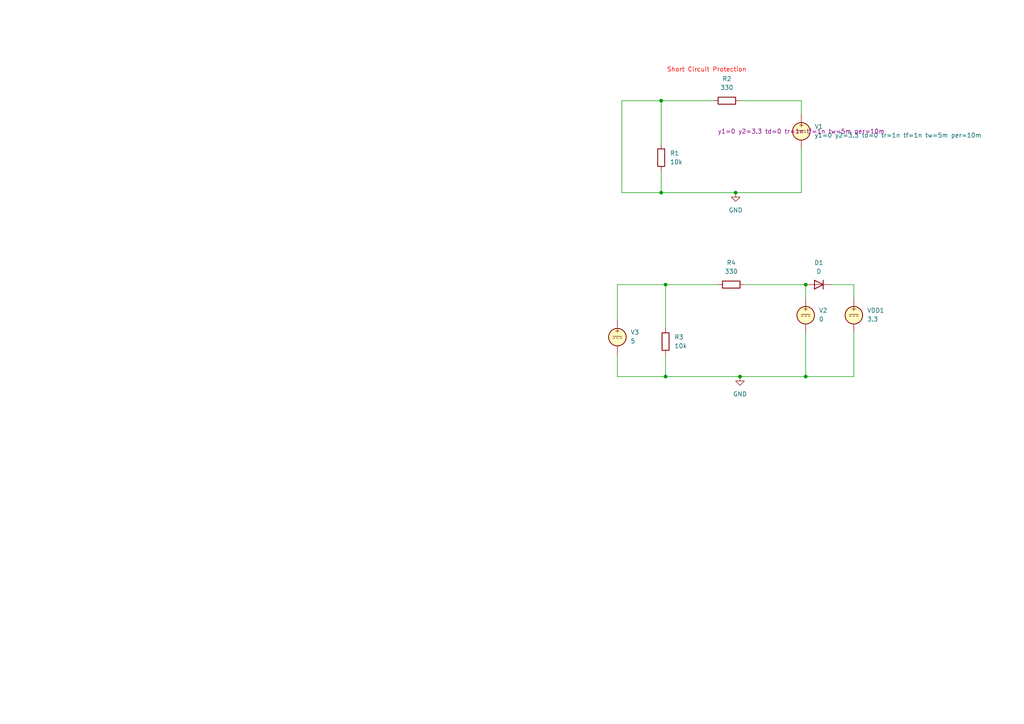
<source format=kicad_sch>
(kicad_sch (version 20250114) (generator "eeschema") (generator_version "9.0")
  (paper "A4")
  (lib_symbols
    (symbol "Device:D" (pin_numbers (hide yes)) (pin_names (offset 1.016) (hide yes))
      (property "Reference" "D" (at 0 2.54 0))
      (property "Value" "D" (at 0 -2.54 0))
      (symbol "D_0_1"
        (polyline (pts (xy -1.27 1.27) (xy -1.27 -1.27)) (stroke (width 0.254)))
        (polyline (pts (xy 1.27 1.27) (xy 1.27 -1.27) (xy -1.27 0) (xy 1.27 1.27)) (stroke (width 0.254)))
        (polyline (pts (xy 1.27 0) (xy -1.27 0)))
      )
      (symbol "D_1_1"
        (pin passive line (at -3.81 0 0) (length 2.54) (name "K") (number "1"))
        (pin passive line (at 3.81 0 180) (length 2.54) (name "A") (number "2"))
      )
    )
    (symbol "Device:R" (pin_numbers (hide yes)) (pin_names (offset 0))
      (property "Reference" "R" (at 2.032 0 90))
      (property "Value" "R" (at 0 0 90))
      (symbol "R_0_1"
        (rectangle (start -1.016 -2.54) (end 1.016 2.54) (stroke (width 0.254)))
      )
      (symbol "R_1_1"
        (pin passive line (at 0 3.81 270) (length 1.27) (name "~") (number "1"))
        (pin passive line (at 0 -3.81 90) (length 1.27) (name "~") (number "2"))
      )
    )
    (symbol "Simulation_SPICE:VDC" (pin_numbers (hide yes)) (pin_names (offset 0.0254))
      (property "Reference" "V" (at 2.54 2.54 0))
      (property "Value" "1" (at 2.54 0 0))
      (symbol "VDC_0_0"
        (polyline (pts (xy -1.27 0.254) (xy 1.27 0.254)))
        (polyline (pts (xy -0.762 -0.254) (xy -1.27 -0.254)))
        (polyline (pts (xy 0.254 -0.254) (xy -0.254 -0.254)))
        (polyline (pts (xy 1.27 -0.254) (xy 0.762 -0.254)))
        (text "+" (at 0 1.905 0) (effects (font (size 1.27 1.27))))
      )
      (symbol "VDC_0_1"
        (circle (center 0 0) (radius 2.54) (stroke (width 0.254)) (fill (type background)))
      )
      (symbol "VDC_1_1"
        (pin passive line (at 0 5.08 270) (length 2.54) (name "~") (number "1"))
        (pin passive line (at 0 -5.08 90) (length 2.54) (name "~") (number "2"))
      )
    )
    (symbol "power:GND" (power) (pin_numbers (hide yes)) (pin_names (offset 0) (hide yes))
      (property "Value" "GND" (at 0 -3.81 0))
      (symbol "GND_0_1"
        (polyline (pts (xy 0 0) (xy 0 -1.27) (xy 1.27 -1.27) (xy 0 -2.54) (xy -1.27 -1.27) (xy 0 -1.27)))
      )
      (symbol "GND_1_1"
        (pin power_in line (at 0 0 270) (length 0) (name "~") (number "1"))
      )
    )
  )
  (text "Short Circuit Protection" (at 204.978 20.32 0) (effects (font (size 1.27 1.27))))
  (junction (at 213.36 55.88))
  (junction (at 193.04 82.55))
  (junction (at 233.68 82.55))
  (junction (at 214.63 109.22))
  (junction (at 233.68 109.22))
  (junction (at 193.04 109.22))
  (junction (at 191.77 29.21))
  (junction (at 191.77 55.88))
  (wire (pts (xy 180.34 55.88) (xy 191.77 55.88)))
  (wire (pts (xy 233.68 82.55) (xy 233.68 86.36)))
  (wire (pts (xy 180.34 29.21) (xy 180.34 55.88)))
  (wire (pts (xy 191.77 41.91) (xy 191.77 29.21)))
  (wire (pts (xy 232.41 55.88) (xy 213.36 55.88)))
  (wire (pts (xy 247.65 109.22) (xy 233.68 109.22)))
  (wire (pts (xy 179.07 92.71) (xy 179.07 82.55)))
  (wire (pts (xy 193.04 102.87) (xy 193.04 109.22)))
  (wire (pts (xy 241.3 82.55) (xy 247.65 82.55)))
  (wire (pts (xy 193.04 82.55) (xy 208.28 82.55)))
  (wire (pts (xy 214.63 29.21) (xy 232.41 29.21)))
  (wire (pts (xy 191.77 49.53) (xy 191.77 55.88)))
  (wire (pts (xy 247.65 82.55) (xy 247.65 86.36)))
  (wire (pts (xy 233.68 109.22) (xy 214.63 109.22)))
  (wire (pts (xy 213.36 55.88) (xy 191.77 55.88)))
  (wire (pts (xy 193.04 109.22) (xy 214.63 109.22)))
  (wire (pts (xy 247.65 96.52) (xy 247.65 109.22)))
  (wire (pts (xy 215.9 82.55) (xy 233.68 82.55)))
  (wire (pts (xy 191.77 29.21) (xy 207.01 29.21)))
  (wire (pts (xy 232.41 43.18) (xy 232.41 55.88)))
  (wire (pts (xy 179.07 102.87) (xy 179.07 109.22)))
  (wire (pts (xy 179.07 109.22) (xy 193.04 109.22)))
  (wire (pts (xy 193.04 95.25) (xy 193.04 82.55)))
  (wire (pts (xy 179.07 82.55) (xy 193.04 82.55)))
  (wire (pts (xy 233.68 96.52) (xy 233.68 109.22)))
  (wire (pts (xy 232.41 29.21) (xy 232.41 33.02)))
  (wire (pts (xy 191.77 29.21) (xy 180.34 29.21)))
  (symbol (lib_id "Simulation_SPICE:VDC") (at 247.65 91.44 0) (unit 1)
    (property "Reference" "VDD1" (at 251.46 90.0401 0) (effects (justify left)))
    (property "Value" "3.3" (at 251.46 92.5801 0) (effects (justify left)))
    (property "Datasheet" "https://ngspice.sourceforge.io/docs/ngspice-html-manual/manual.xhtml#sec_Independent_Sources_for" (effects (hide yes)))
    (property "Description" "Voltage source, DC" (effects (hide yes)))
    (property "Sim.Pins" "1=+ 2=-" (effects (hide yes)))
    (property "Sim.Type" "DC" (effects (hide yes)))
    (property "Sim.Device" "V" (effects (hide yes)))
  )
  (symbol (lib_id "Device:R") (at 210.82 29.21 90) (unit 1)
    (property "Reference" "R2" (at 210.82 22.86 90))
    (property "Value" "330" (at 210.82 25.4 90))
    (property "Description" "Resistor" (effects (hide yes)))
  )
  (symbol (lib_id "Simulation_SPICE:VDC") (at 232.41 38.1 0) (unit 1)
    (property "Reference" "V1" (at 236.22 36.7001 0) (effects (justify left)))
    (property "Value" "${SIM.PARAMS}" (at 236.22 39.2401 0) (effects (justify left)))
    (property "Datasheet" "https://ngspice.sourceforge.io/docs/ngspice-html-manual/manual.xhtml#sec_Independent_Sources_for" (effects (hide yes)))
    (property "Description" "Voltage source, DC" (effects (hide yes)))
    (property "Sim.Pins" "1=+ 2=-" (effects (hide yes)))
    (property "Sim.Type" "PULSE" (effects (hide yes)))
    (property "Sim.Device" "V" (effects (hide yes)))
    (property "Sim.Params" "y1=0 y2=3.3 td=0 tr=1n tf=1n tw=5m per=10m" (at 232.41 38.1 0))
  )
  (symbol (lib_id "power:GND") (at 213.36 55.88 0) (unit 1)
    (property "Reference" "#PWR01" (effects (hide yes)))
    (property "Value" "GND" (at 213.36 60.96 0))
    (property "Description" "Power symbol creates a global label with name \"GND\" , ground" (effects (hide yes)))
  )
  (symbol (lib_id "Device:R") (at 212.09 82.55 90) (unit 1)
    (property "Reference" "R4" (at 212.09 76.2 90))
    (property "Value" "330" (at 212.09 78.74 90))
    (property "Description" "Resistor" (effects (hide yes)))
  )
  (symbol (lib_id "Device:R") (at 193.04 99.06 0) (unit 1)
    (property "Reference" "R3" (at 195.58 97.7899 0) (effects (justify left)))
    (property "Value" "10k" (at 195.58 100.3299 0) (effects (justify left)))
    (property "Description" "Resistor" (effects (hide yes)))
  )
  (symbol (lib_id "Device:D") (at 237.49 82.55 180) (unit 1)
    (property "Reference" "D1" (at 237.49 76.2 0))
    (property "Value" "D" (at 237.49 78.74 0))
    (property "Description" "Diode" (effects (hide yes)))
    (property "Sim.Device" "D" (effects (hide yes)))
    (property "Sim.Pins" "1=K 2=A" (effects (hide yes)))
  )
  (symbol (lib_id "Simulation_SPICE:VDC") (at 233.68 91.44 0) (unit 1)
    (property "Reference" "V2" (at 237.49 90.0401 0) (effects (justify left)))
    (property "Value" "0" (at 237.49 92.5801 0) (effects (justify left)))
    (property "Datasheet" "https://ngspice.sourceforge.io/docs/ngspice-html-manual/manual.xhtml#sec_Independent_Sources_for" (effects (hide yes)))
    (property "Description" "Voltage source, DC" (effects (hide yes)))
    (property "Sim.Pins" "1=+ 2=-" (effects (hide yes)))
    (property "Sim.Type" "DC" (effects (hide yes)))
    (property "Sim.Device" "V" (effects (hide yes)))
  )
  (symbol (lib_id "power:GND") (at 214.63 109.22 0) (unit 1)
    (property "Reference" "#PWR02" (effects (hide yes)))
    (property "Value" "GND" (at 214.63 114.3 0))
    (property "Description" "Power symbol creates a global label with name \"GND\" , ground" (effects (hide yes)))
  )
  (symbol (lib_id "Simulation_SPICE:VDC") (at 179.07 97.79 0) (unit 1)
    (property "Reference" "V3" (at 182.88 96.3901 0) (effects (justify left)))
    (property "Value" "5" (at 182.88 98.9301 0) (effects (justify left)))
    (property "Datasheet" "https://ngspice.sourceforge.io/docs/ngspice-html-manual/manual.xhtml#sec_Independent_Sources_for" (effects (hide yes)))
    (property "Description" "Voltage source, DC" (effects (hide yes)))
    (property "Sim.Pins" "1=+ 2=-" (effects (hide yes)))
    (property "Sim.Type" "DC" (effects (hide yes)))
    (property "Sim.Device" "V" (effects (hide yes)))
  )
  (symbol (lib_id "Device:R") (at 191.77 45.72 0) (unit 1)
    (property "Reference" "R1" (at 194.31 44.4499 0) (effects (justify left)))
    (property "Value" "10k" (at 194.31 46.9899 0) (effects (justify left)))
    (property "Description" "Resistor" (effects (hide yes)))
  )
)
</source>
